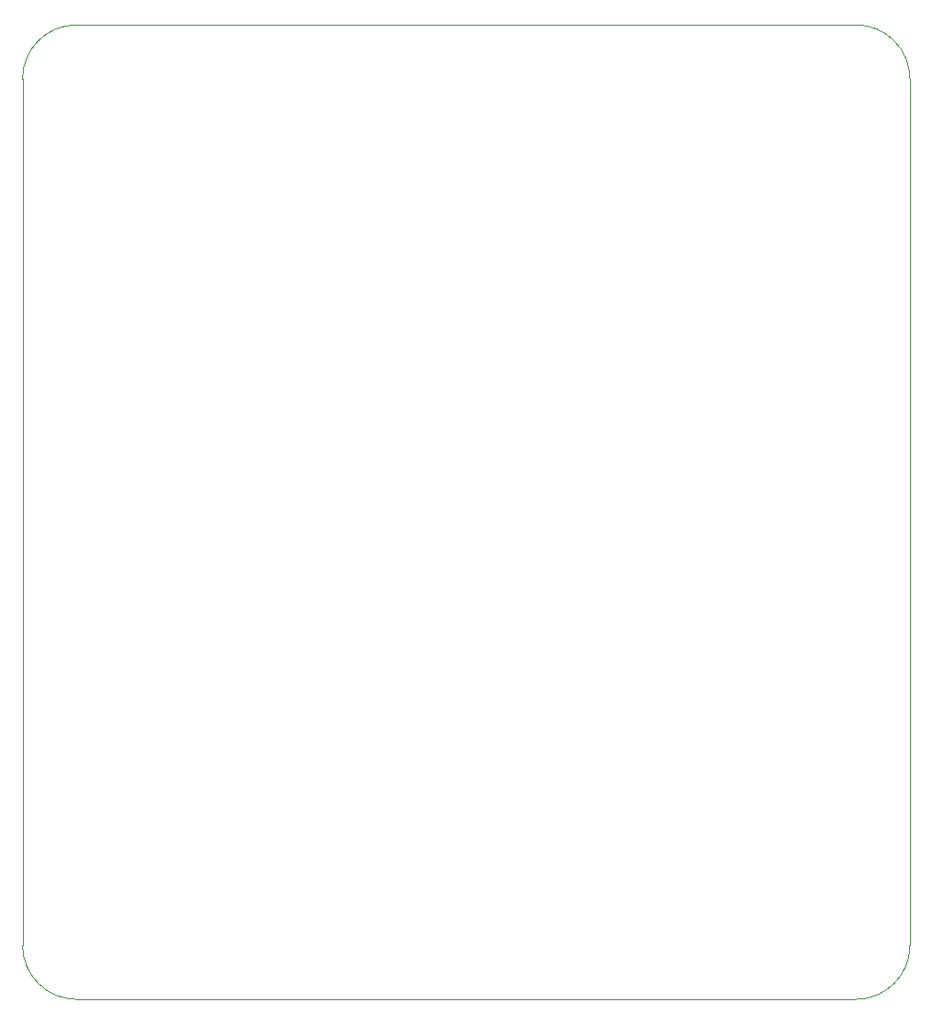
<source format=gbr>
%TF.GenerationSoftware,KiCad,Pcbnew,8.0.8-unknown-202501160222~12d96d1a90~ubuntu22.04.1*%
%TF.CreationDate,2025-02-14T10:10:46+09:00*%
%TF.ProjectId,MG5-ESP32-Shield,4d47352d-4553-4503-9332-2d536869656c,rev?*%
%TF.SameCoordinates,Original*%
%TF.FileFunction,Profile,NP*%
%FSLAX46Y46*%
G04 Gerber Fmt 4.6, Leading zero omitted, Abs format (unit mm)*
G04 Created by KiCad (PCBNEW 8.0.8-unknown-202501160222~12d96d1a90~ubuntu22.04.1) date 2025-02-14 10:10:46*
%MOMM*%
%LPD*%
G01*
G04 APERTURE LIST*
%TA.AperFunction,Profile*%
%ADD10C,0.050000*%
%TD*%
G04 APERTURE END LIST*
D10*
X114000000Y-138000000D02*
X114000000Y-58000000D01*
X119000000Y-143000000D02*
X191000000Y-143000000D01*
X191000000Y-53000000D02*
G75*
G02*
X196000000Y-58000000I0J-5000000D01*
G01*
X196000000Y-138000000D02*
X196000000Y-58000000D01*
X114000000Y-58000000D02*
G75*
G02*
X119000000Y-53000000I5000000J0D01*
G01*
X119000000Y-143000000D02*
G75*
G02*
X114000000Y-138000000I0J5000000D01*
G01*
X191000000Y-53000000D02*
X119000000Y-53000000D01*
X196000000Y-138000000D02*
G75*
G02*
X191000000Y-143000000I-5000000J0D01*
G01*
M02*

</source>
